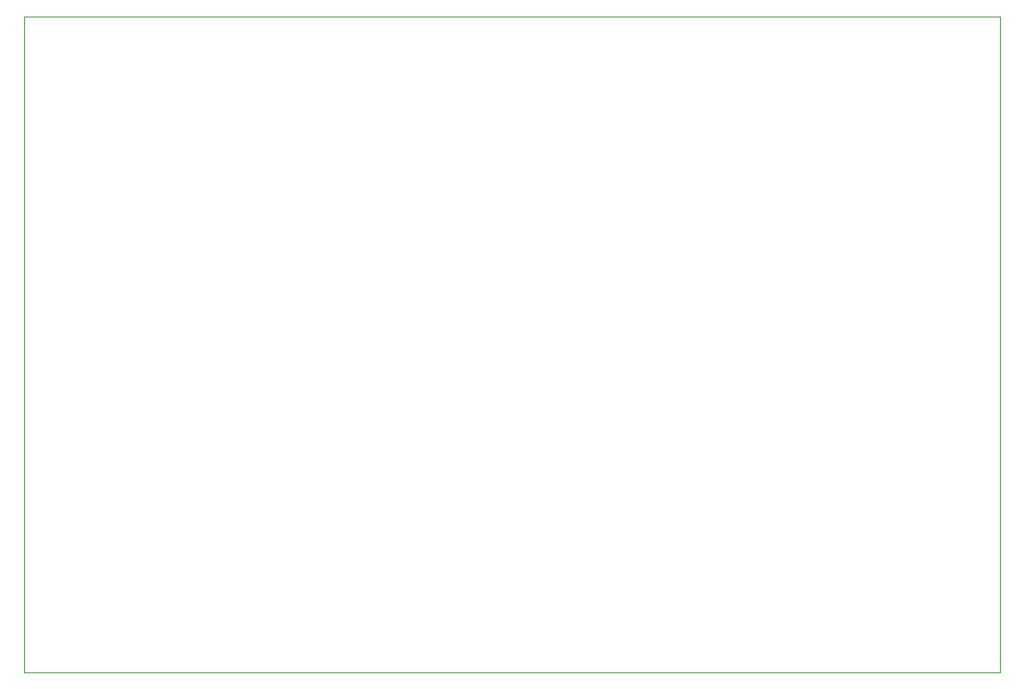
<source format=gbr>
G04 #@! TF.GenerationSoftware,KiCad,Pcbnew,(5.0.2-5)-5*
G04 #@! TF.CreationDate,2022-03-24T12:02:08+00:00*
G04 #@! TF.ProjectId,bee-badge-2000,6265652d-6261-4646-9765-2d323030302e,rev?*
G04 #@! TF.SameCoordinates,Original*
G04 #@! TF.FileFunction,Profile,NP*
%FSLAX46Y46*%
G04 Gerber Fmt 4.6, Leading zero omitted, Abs format (unit mm)*
G04 Created by KiCad (PCBNEW (5.0.2-5)-5) date Thursday, 24 March 2022 at 12:02:08*
%MOMM*%
%LPD*%
G01*
G04 APERTURE LIST*
%ADD10C,0.010000*%
G04 APERTURE END LIST*
D10*
X81400000Y-86000000D02*
X81400000Y-19000000D01*
X181000000Y-86000000D02*
X81400000Y-86000000D01*
X181000000Y-19000000D02*
X181000000Y-86000000D01*
X81400000Y-19000000D02*
X181000000Y-19000000D01*
M02*

</source>
